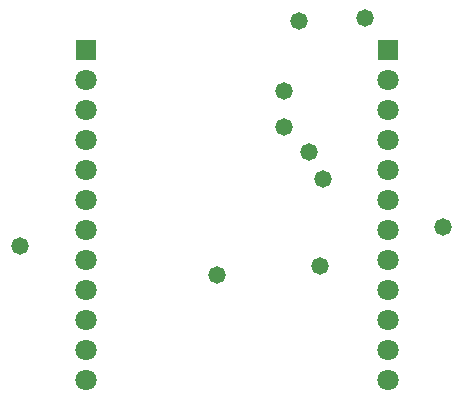
<source format=gbs>
G04*
G04 #@! TF.GenerationSoftware,Altium Limited,Altium Designer,22.2.1 (43)*
G04*
G04 Layer_Color=16711935*
%FSLAX25Y25*%
%MOIN*%
G70*
G04*
G04 #@! TF.SameCoordinates,2AA56CA8-B71A-46B7-BD27-B25D333C2BD2*
G04*
G04*
G04 #@! TF.FilePolarity,Negative*
G04*
G01*
G75*
%ADD21C,0.07099*%
%ADD22R,0.07099X0.07099*%
%ADD23C,0.05800*%
D21*
X142745Y8620D02*
D03*
Y18620D02*
D03*
Y28620D02*
D03*
Y48620D02*
D03*
Y58620D02*
D03*
Y78620D02*
D03*
Y98620D02*
D03*
Y108620D02*
D03*
Y88620D02*
D03*
Y68620D02*
D03*
Y38620D02*
D03*
X41945D02*
D03*
Y68620D02*
D03*
Y88620D02*
D03*
Y108620D02*
D03*
Y98620D02*
D03*
Y78620D02*
D03*
Y58620D02*
D03*
Y48620D02*
D03*
Y28620D02*
D03*
Y18620D02*
D03*
Y8620D02*
D03*
D22*
X142745Y118620D02*
D03*
X41945D02*
D03*
D23*
X135000Y129100D02*
D03*
X121000Y75600D02*
D03*
X85500Y43600D02*
D03*
X19900Y53100D02*
D03*
X119900Y46600D02*
D03*
X161000Y59600D02*
D03*
X113000Y128200D02*
D03*
X108100Y104852D02*
D03*
Y92852D02*
D03*
X116400Y84700D02*
D03*
M02*

</source>
